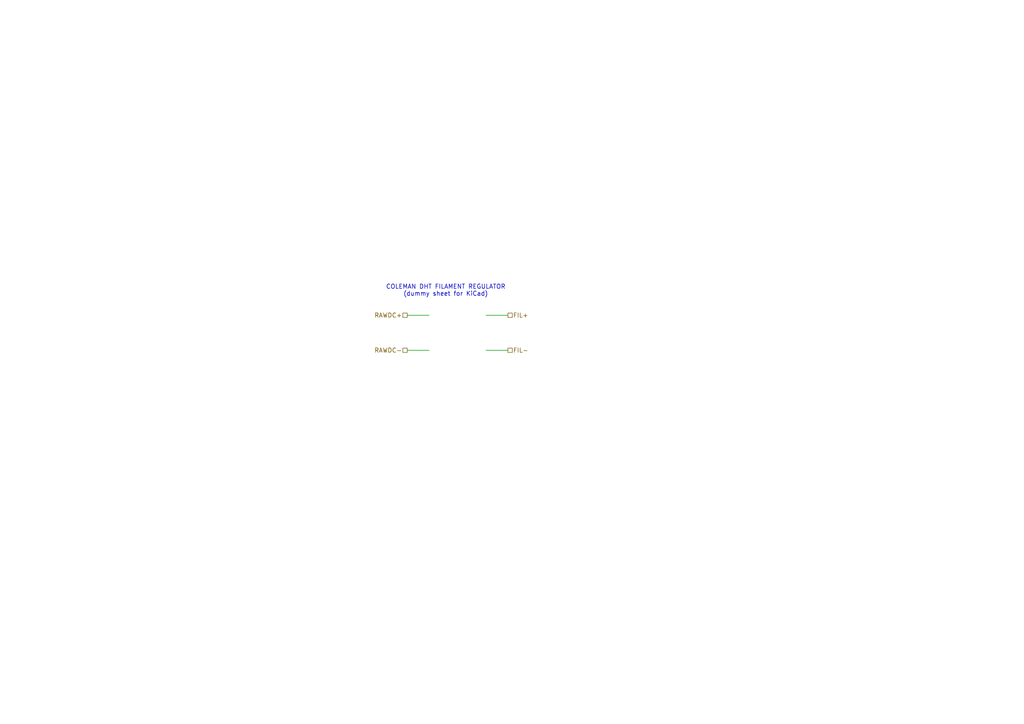
<source format=kicad_sch>
(kicad_sch
	(version 20231120)
	(generator "eeschema")
	(generator_version "8.0")
	(uuid "a6b6906f-8a54-45b8-8065-fa27c4eeacfd")
	(paper "A4")
	(lib_symbols)
	(wire
		(pts
			(xy 118.11 91.44) (xy 124.46 91.44)
		)
		(stroke
			(width 0)
			(type default)
		)
		(uuid "7f293f5e-4d47-42f8-99bd-c2985607efe0")
	)
	(wire
		(pts
			(xy 124.46 101.6) (xy 118.11 101.6)
		)
		(stroke
			(width 0)
			(type default)
		)
		(uuid "a4eeb5e3-c349-4faa-a93f-024b1ccc18ad")
	)
	(wire
		(pts
			(xy 140.97 101.6) (xy 147.32 101.6)
		)
		(stroke
			(width 0)
			(type default)
		)
		(uuid "a925cf56-8825-49d2-850e-7bca818075e9")
	)
	(wire
		(pts
			(xy 140.97 91.44) (xy 147.32 91.44)
		)
		(stroke
			(width 0)
			(type default)
		)
		(uuid "c0d38889-b29d-44c4-9a55-cd4d6337b0e2")
	)
	(text "COLEMAN DHT FILAMENT REGULATOR\n(dummy sheet for KiCad)"
		(exclude_from_sim no)
		(at 129.286 86.106 0)
		(effects
			(font
				(size 1.27 1.27)
			)
			(justify bottom)
		)
		(uuid "5a719a79-3419-49e9-9bb8-6b69c308df7a")
	)
	(hierarchical_label "FIL-"
		(shape passive)
		(at 147.32 101.6 0)
		(effects
			(font
				(size 1.27 1.27)
			)
			(justify left)
		)
		(uuid "00586dda-7eee-4e79-b96e-f844201a7e2b")
	)
	(hierarchical_label "RAWDC+"
		(shape passive)
		(at 118.11 91.44 180)
		(effects
			(font
				(size 1.27 1.27)
			)
			(justify right)
		)
		(uuid "604e428a-58cd-464b-a281-512cd4381b14")
	)
	(hierarchical_label "FIL+"
		(shape passive)
		(at 147.32 91.44 0)
		(effects
			(font
				(size 1.27 1.27)
			)
			(justify left)
		)
		(uuid "bb7c3b61-4408-4da1-8f1f-c104b564518f")
	)
	(hierarchical_label "RAWDC-"
		(shape passive)
		(at 118.11 101.6 180)
		(effects
			(font
				(size 1.27 1.27)
			)
			(justify right)
		)
		(uuid "e4a1c7a2-186a-4b0f-8da0-91c968532f09")
	)
)

</source>
